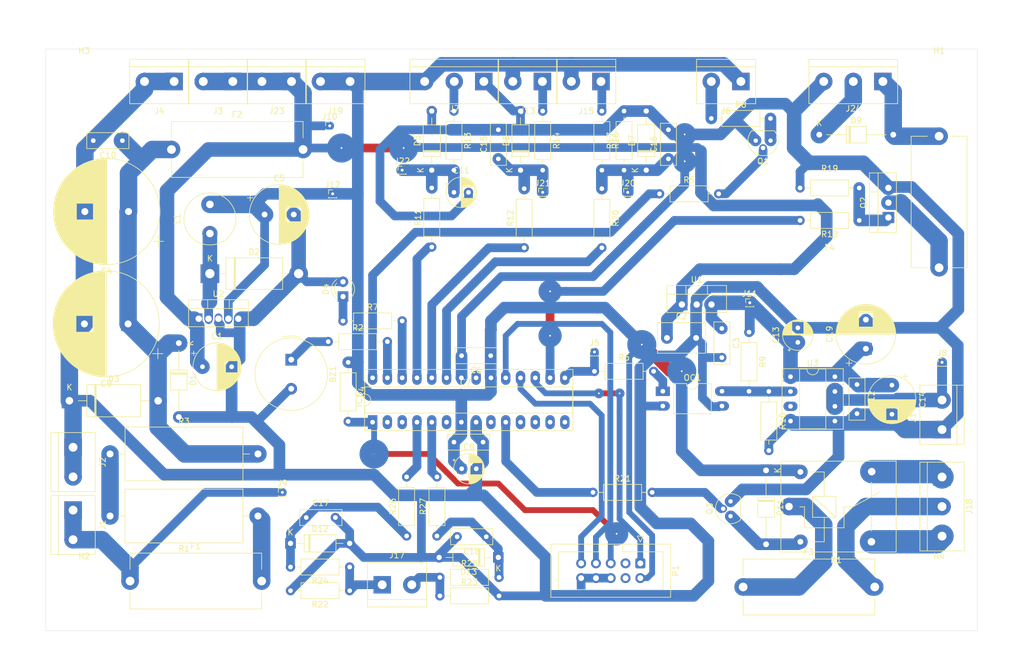
<source format=kicad_pcb>
(kicad_pcb (version 20240108) (generator "pcbnew") (generator_version "8.0")
  (layers (0 "F.Cu" signal) (31 "B.Cu" signal) (34 "B.Paste" user) (35 "F.Paste" user) (36 "B.SilkS" user "B.Silkscreen") (37 "F.SilkS" user "F.Silkscreen") (38 "B.Mask" user) (39 "F.Mask" user) (44 "Edge.Cuts" user))
  (net 0 "")
  (net 1 "/BUZZER")
  (net 2 "GND")
  (net 3 "+24V filtered")
  (net 4 "+18V")
  (net 5 "+5V")
  (net 6 "Net-(D5-K)")
  (net 7 "Net-(D6-K)")
  (net 8 "Net-(D7-K)")
  (net 9 "Net-(D12-K)")
  (net 10 "Net-(D2-K)")
  (net 11 "Net-(D4-A)")
  (net 12 "+BATT")
  (net 13 "Net-(D11-A)")
  (net 14 "Net-(F1-Pad2)")
  (net 15 "/MISO")
  (net 16 "/Switch1")
  (net 18 "/SCK")
  (net 20 "/Mosfet (fan)")
  (net 23 "/RESET")
  (net 24 "/MOSI")
  (net 25 "/LED-ext")
  (net 26 "/analog2 (30V Batt)")
  (net 27 "/LED")
  (net 28 "/analog1")
  (net 31 "/analog0 (gas)")
  (net 33 "/Switch2")
  (net 34 "/Relay (light)")
  (net 36 "/PWM_0")
  (net 37 "Net-(J6-Pin_2)")
  (net 38 "Net-(J7-Pin_2)")
  (net 39 "Net-(J13-Pin_1)")
  (net 40 "Net-(J15-Pin_1)")
  (net 41 "Net-(J17-Pin_1)")
  (net 42 "Net-(J18-Pin_2)")
  (net 43 "Net-(J18-Pin_3)")
  (net 44 "Net-(J18-Pin_1)")
  (net 45 "Net-(U3-INPUT)")
  (net 46 "Net-(OC1-Pad1)")
  (net 47 "Net-(Q1-C)")
  (net 48 "Net-(Q1-B)")
  (net 49 "Net-(Q2-G)")
  (net 50 "Net-(Q3-B)")
  (net 51 "Net-(R1-Pad2)")
  (net 55 "Net-(D13-K)")
  (net 56 "Net-(J17-Pin_2)")
  (net 57 "Net-(J14-Pin_2)")
  (net 58 "Net-(D1-K)")
  (net 59 "Net-(F3-Pad1)")
  (net 60 "Net-(D9-K)")
  (net 61 "Net-(D9-A)")
  (net 62 "Net-(Q2-D)")
  (net 63 "Net-(BZ1-+)")
  (footprint "MountingHole:MountingHole_5.3mm_M5" (layer "F.Cu") (at 7.62 93.472)
    (property "Reference" "H2")
    (property "Value" "MountingHole")
  )
  (footprint "Diode_THT:D_DO-201AE_P15.24mm_Horizontal" (layer "F.Cu") (at 5.08 60.452)
    (property "Reference" "D3")
    (property "Value" "TVS 28V (starts 31V)")
  )
  (footprint "Connector_PinHeader_1.00mm:PinHeader_1x01_P1.00mm_Vertical" (layer "F.Cu") (at 49.784 13.208)
    (property "Reference" "J10")
    (property "Value" "24V")
  )
  (footprint "Capacitor_THT:C_Disc_D7.0mm_W2.5mm_P5.00mm" (layer "F.Cu") (at 77.43 52.705 180)
    (property "Reference" "C6")
    (property "Value" "100nF")
  )
  (footprint "Connector_PinHeader_1.00mm:PinHeader_1x01_P1.00mm_Vertical" (layer "F.Cu") (at 50.292 24.892)
    (property "Reference" "J12")
    (property "Value" "5V")
  )
  (footprint "Buzzer_Beeper:Buzzer_TDK_PS1240P02BT_D12.2mm_H6.5mm" (layer "F.Cu") (at 43.18 53.3908 -90)
    (property "Reference" "BZ1")
    (property "Value" "Buzzer")
  )
  (footprint "Diode_THT:D_T-1_P12.70mm_Horizontal" (layer "F.Cu") (at 124.714 72.413 -90)
    (property "Reference" "D11")
    (property "Value" "D")
  )
  (footprint "MountingHole:MountingHole_5.3mm_M5" (layer "F.Cu") (at 154.432 6.604)
    (property "Reference" "H1")
    (property "Value" "MountingHole")
  )
  (footprint "Capacitor_THT:CP_Radial_D10.0mm_P5.00mm" (layer "F.Cu") (at 38.608 28.448)
    (property "Reference" "C5")
    (property "Value" "1000u")
  )
  (footprint "LED_THT:LED_D3.0mm_Clear" (layer "F.Cu") (at 52.07 42.545 90)
    (property "Reference" "D4")
    (property "Value" "LED 3mm green 20mA 2.5V")
  )
  (footprint "TerminalBlock:TerminalBlock_bornier-3_P5.08mm" (layer "F.Cu") (at 144.78 5.588 180)
    (property "Reference" "J24")
    (property "Value" "Fan [GND-supp, Diode, Mosfet]")
  )
  (footprint "Resistor_THT:R_Axial_DIN0207_L6.3mm_D2.5mm_P10.16mm_Horizontal" (layer "F.Cu") (at 96.52 24.003 -90)
    (property "Reference" "R20")
    (property "Value" "2k2")
  )
  (footprint "Resistor_THT:R_Axial_DIN0207_L6.3mm_D2.5mm_P10.16mm_Horizontal" (layer "F.Cu") (at 68.707 93.98)
    (property "Reference" "R23")
    (property "Value" "10k")
  )
  (footprint "Resistor_THT:R_Axial_DIN0207_L6.3mm_D2.5mm_P10.16mm_Horizontal" (layer "F.Cu") (at 53.213 89.027 180)
    (property "Reference" "R24")
    (property "Value" "10k")
  )
  (footprint "Resistor_THT:R_Axial_DIN0207_L6.3mm_D2.5mm_P10.16mm_Horizontal" (layer "F.Cu") (at 130.556 23.876)
    (property "Reference" "R19")
    (property "Value" "22k")
  )
  (footprint "Resistor_THT:R_Axial_DIN0207_L6.3mm_D2.5mm_P10.16mm_Horizontal" (layer "F.Cu") (at 86.36 10.668 -90)
    (property "Reference" "R14")
    (property "Value" "1k")
  )
  (footprint "Diode_THT:D_A-405_P10.16mm_Horizontal" (layer "F.Cu") (at 67.31 20.828 90)
    (property "Reference" "D5")
    (property "Value" "5V1")
  )
  (footprint "Capacitor_THT:CP_Radial_D5.0mm_P2.50mm" (layer "F.Cu") (at 130.175 50.419 90)
    (property "Reference" "C13")
    (property "Value" "10uF")
  )
  (footprint "Resistor_THT:R_Axial_DIN0207_L6.3mm_D2.5mm_P10.16mm_Horizontal" (layer "F.Cu") (at 67.31 34.036 90)
    (property "Reference" "R11")
    (property "Value" "2k2")
  )
  (footprint "Capacitor_THT:C_Disc_D7.0mm_W2.5mm_P5.00mm" (layer "F.Cu") (at 140.335 57.6618 -90)
    (property "Reference" "C12")
    (property "Value" "100n")
  )
  (footprint "Resistor_THT:R_Axial_DIN0207_L6.3mm_D2.5mm_P10.16mm_Horizontal" (layer "F.Cu") (at 121.793 48.6664 -90)
    (property "Reference" "R9")
    (property "Value" "12k (15k used)")
  )
  (footprint "Diode_THT:D_A-405_P10.16mm_Horizontal" (layer "F.Cu") (at 82.55 20.828 90)
    (property "Reference" "D6")
    (property "Value" "5V1")
  )
  (footprint "Capacitor_THT:C_Disc_D8.0mm_W5.0mm_P5.00mm" (layer "F.Cu") (at 107.6998 49.657)
    (property "Reference" "C2")
    (property "Value" "330nF")
  )
  (footprint "Package_DIP:DIP-4_W10.16mm_LongPads" (layer "F.Cu") (at 106.9898 58.8214)
    (property "Reference" "OC1")
    (property "Value" "LTV-817")
  )
  (footprint "Fuse:Fuseholder_Cylinder-5x20mm_Stelvio-Kontek_PTF78_Horizontal_Open" (layer "F.Cu") (at 22.612 17.272)
    (property "Reference" "F2")
    (property "Value" "500mA")
  )
  (footprint "Connector_PinHeader_1.00mm:PinHeader_1x01_P1.00mm_Vertical" (layer "F.Cu") (at 100.965 24.638)
    (property "Reference" "J20")
    (property "Value" "ADC Battery")
  )
  (footprint "Capacitor_THT:C_Disc_D7.0mm_W2.5mm_P5.00mm" (layer "F.Cu") (at 76.668 83.82 180)
    (property "Reference" "C18")
    (property "Value" "100n")
  )
  (footprint "Capacitor_THT:CP_Radial_D18.0mm_P7.50mm" (layer "F.Cu") (at 15.16178 47.244 180)
    (property "Reference" "C9")
    (property "Value" "2200uf")
  )
  (footprint "Resistor_THT:R_Axial_DIN0207_L6.3mm_D2.5mm_P10.16mm_Horizontal" (layer "F.Cu") (at 52.959 53.848 -90)
    (property "Reference" "R4")
    (property "Value" "10k")
  )
  (footprint "Inductor_THT:L_Radial_D8.7mm_P5.00mm_Fastron_07HCP" (layer "F.Cu") (at 29.21 31.71 90)
    (property "Reference" "L1")
    (property "Value" "100u")
  )
  (footprint "TerminalBlock:TerminalBlock_bornier-3_P5.08mm" (layer "F.Cu") (at 154.94 73.556 -90)
    (property "Reference" "J18")
    (property "Value" "Relay contacts [NO, COM, NC]")
  )
  (footprint "Capacitor_THT:CP_Radial_D18.0mm_P7.50mm" (layer "F.Cu") (at 15.24 27.94 180)
    (property "Reference" "C4")
    (property "Value" "2200uf")
  )
  (footprint "Capacitor_THT:C_Disc_D7.0mm_W2.5mm_P5.00mm" (layer "F.Cu") (at 45.76 80.518)
    (property "Reference" "C17")
    (property "Value" "100n")
  )
  (footprint "Resistor_THT:R_Axial_DIN0207_L6.3mm_D2.5mm_P10.16mm_Horizontal" (layer "F.Cu") (at 52.07 46.736)
    (property "Reference" "R7")
    (property "Value" "130")
  )
  (footprint "TerminalBlock:TerminalBlock_bornier-2_P5.08mm" (layer "F.Cu") (at 5.715 68.453 -90)
    (property "Reference" "J2")
    (property "Value" "ST 2x GND")
  )
  (footprint "Resistor_THT:R_Axial_DIN0207_L6.3mm_D2.5mm_P10.16mm_Horizontal" (layer "F.Cu") (at 140.716 29.464 180)
    (property "Reference" "R18")
    (property "Value" "1k")
  )
  (footprint "Package_TO_SOT_THT:TO-92L" (layer "F.Cu") (at 118.618 80.287 90)
    (property "Reference" "Q3")
    (property "Value" "BC547")
  )
  (footprint "Capacitor_THT:CP_Radial_D10.0mm_P5.00mm" (layer "F.Cu") (at 141.859 51.516677 90)
    (property "Reference" "C19")
    (property "Value" "1000u")
  )
  (footprint "Capacitor_THT:C_Disc_D7.0mm_W2.5mm_P5.00mm" (layer "F.Cu") (at 78.74 18.883 90)
    (property "Reference" "C15")
    (property "Value" "100n")
  )
  (footprint "Fuse:Fuseholder_Cylinder-5x20mm_Stelvio-Kontek_PTF78_Horizontal_Open" (layer "F.Cu") (at 154.432 37.592 90)
    (property "Reference" "F4")
    (property "Value" "500mA")
  )
  (footprint "Package_TO_SOT_THT:TO-220-3_Vertical" (layer "F.Cu") (at 110.2614 43.9166)
    (property "Reference" "U1")
    (property "Value" "LM7818CT")
  )
  (footprint "Capacitor_THT:C_Disc_D7.0mm_W2.5mm_P5.00mm" (layer "F.Cu") (at 107.95 18.883 90)
    (property "Reference" "C16")
    (property "Value" "100n")
  )
  (footprint "TerminalBlock:TerminalBlock_bornier-2_P5.08mm" (layer "F.Cu") (at 120.396 5.588 180)
    (property "Reference" "J6")
    (property "Value" "LED 3,2V 20mA [-, +]")
  )
  (footprint "MountingHole:MountingHole_5.3mm_M5" (layer "F.Cu") (at 154.432 93.472)
    (property "Reference" "H4")
    (property "Value" "MountingHole")
  )
  (footprint "Package_TO_SOT_THT:TO-220-3_Vertical" (layer "F.Cu") (at 145.725 28.956 90)
    (property "Reference" "Q2")
    (property "Value" "IRFZ24N")
  )
  (footprint "Diode_THT:D_T-1_P12.70mm_Horizontal" (layer "F.Cu") (at 23.876 50.546 -90)
    (property "Reference" "D1")
    (property "Value" "D")
  )
  (footprint "Fuse:Fuseholder_Cylinder-5x20mm_Stelvio-Kontek_PTF78_Horizontal_Open" (layer "F.Cu") (at 15.5 91.44)
    (property "Reference" "F1")
    (property "Value" "slow, max 4A")
  )
  (footprint "TerminalBlock:TerminalBlock_bornier-2_P5.08mm" (layer "F.Cu") (at 154.94 65.405 90)
    (property "Reference" "J14")
    (property "Value" "IGBT [GND, Gate]")
  )
  (footprint "Resistor_THT:R_Axial_DIN0207_L6.3mm_D2.5mm_P10.16mm_Horizontal" (layer "F.Cu") (at 125.1966 58.8518 -90)
    (property "Reference" "R10")
    (property "Value" "4k7")
  )
  (footprint "Capacitor_THT:C_Disc_D7.0mm_W2.5mm_P5.00mm" (layer "F.Cu") (at 14.184 15.748 180)
    (property "Reference" "C10")
    (property "Value" "100n")
  )
  (footprint "Package_TO_SOT_THT:TO-220-5_Vertical" (layer "F.Cu") (at 27.285 46.355)
    (property "Reference" "U2")
    (property "Value" "LM2576T-5")
  )
  (footprint "Resistor_THT:R_Axial_DIN0207_L6.3mm_D2.5mm_P10.16mm_Horizontal" (layer "F.Cu") (at 106.426 24.892)
    (property "Reference" "R5")
    (property "Value" "470")
  )
  (footprint "Resistor_THT:R_Axial_DIN0207_L6.3mm_D2.5mm_P10.16mm_Horizontal" (layer "F.Cu") (at 115.316 11.938)
    (property "Reference" "R8")
    (property "Value" "100")
  )
  (footprint "Diode_THT:D_A-405_P10.16mm_Horizontal" (layer "F.Cu") (at 78.74 87.376 180)
    (property "Reference" "D13")
    (property "Value" "5V1")
  )
  (footprint "Diode_THT:D_T-1_P12.70mm_Horizontal" (layer "F.Cu") (at 133.858 14.732)
    (property "Reference" "D9")
    (property "Value" "D")
  )
  (footprint "Diode_THT:D_A-405_P10.16mm_Horizontal" (layer "F.Cu") (at 104.14 20.828 90)
    (property "Reference" "D7")
    (property "Value" "5V1")
  )
  (footprint "TerminalBlock:TerminalBlock_bornier-2_P5.08mm" (layer "F.Cu") (at 5.715 79.248 -90)
    (property "Reference" "J1")
    (property "Value" "2x BATT IN")
  )
  (footprint "Resistor_THT:R_Axial_DIN0207_L6.3mm_D2.5mm_P10.16mm_Horizontal" (layer "F.Cu") (at 96.52 10.668 -90)
    (property "Reference" "R16")
    (property "Value" "100k")
  )
  (footprint "Relay_THT:Relay_SPDT_SANYOU_SRD_Series_Form_C" (layer "F.Cu") (at 128.66 78.636)
    (property "Reference" "K1")
    (property "Value" "LEG-5")
  )
  (footprint "Capacitor_THT:CP_Radial_D8.0mm_P5.00mm" (layer "F.Cu") (at 146.3294 57.769949 -90)
    (property "Reference" "C14")
    (property "Value" "100uF")
  )
  (footprint "Connector_PinHeader_1.00mm:PinHeader_1x01_P1.00mm_Vertical" (layer "F.Cu") (at 121.92 43.6118)
    (property "Reference" "J11")
    (property "Value" "18V")
  )
  (footprint "TerminalBlock:TerminalBlock_bornier-2_P5.08mm" (layer "F.Cu") (at 86.3092 5.588 180)
    (property "Reference" "J13")
    (property "Value" "Analog-in-2   0-5V")
  )
  (footprint "Resistor_THT:R_Axial_DIN0207_L6.3mm_D2.5mm_P10.16mm_Horizontal" (layer "F.Cu") (at 95.25 55.3974)
    (property "Reference" "R6")
    (property "Value" "320")
  )
  (footprint "Connector_IDC:IDC-Header_2x05_P2.54mm_Vertical" (layer "F.Cu") (at 103.124 88.392 -90)
    (property "Reference" "P1")
    (property "Value" "ISP")
  )
  (footprint "Capacitor_THT:C_Disc_D7.0mm_W2.5mm_P5.00mm" (layer "F.Cu") (at 117.1194 48.0352 -90)
    (property "Reference" "C3")
    (property "Value" "100nF")
  )
  (footprint "Resistor_THT:R_Axial_DIN0207_L6.3mm_D2.5mm_P10.16mm_Horizontal" (layer "F.Cu") (at 68.199 83.693 90)
    (property "Reference" "R27")
    (property "Value" "2k2")
  )
  (footprint "Package_DIP:CERDIP-28_W7.62mm_SideBrazed_LongPads_Socket" (layer "F.Cu") (at 57.15 64.135 90)
    (property "Reference" "IC1")
    (property "Value" "ATMEGA8A-P")
  )
  (footprint "Capacitor_THT:CP_Radial_D5.0mm_P2.50mm" (layer "F.Cu") (at 72.454888 72.136)
    (property "Reference" "C8")
    (property "Value" "10uF")
  )
  (footprint "Capacitor_THT:CP_Radial_D5.0mm_P2.50mm" (layer "F.Cu") (at 71.12 24.638)
    (property "Reference" "C11")
    (property "Value" "10u")
  )
  (footprint "Connector_PinHeader_1.00mm:PinHeader_1x01_P1.00mm_Vertical" (layer "F.Cu") (at 41.656 76.2)
    (property "Reference" "J9")
    (property "Value" "BATT")
  )
  (footprint "Resistor_THT:R_Axial_DIN0207_L6.3mm_D2.5mm_P10.16mm_Horizontal" (layer "F.Cu") (at 100.33 20.828 90)
    (property "Reference" "R17")
    (property "Value" "22k")
  )
  (footprint "Package_DIP:DIP-8_W7.62mm_Socket_LongPads" (layer "F.Cu") (at 128.915 56.3218)
    (property "Reference" "U3")
    (property "Value" "TC429")
  )
  (footprint "Resistor_THT:R_Axial_DIN0207_L6.3mm_D2.5mm_P10.16mm_Horizontal" (layer "F.Cu") (at 62.992 83.693 90)
    (property "Reference" "R26")
    (property "Value" "2k2")
  )
  (footprint "Diode_THT:D_DO-201AD_P15.24mm_Horizontal" (layer "F.Cu") (at 29.21 38.608)
    (property "Reference" "D2")
    (property "Value" "1N5822")
  )
  (footprint "TerminalBlock:TerminalBlock_bornier-2_P5.08mm" (layer "F.Cu") (at 96.3676 5.588 180)
    (property "Reference" "J15")
    (property "Value" "Analog-in-3 - 30to5 (batt)")
  )
  (footprint "TerminalBlock:TerminalBlock_bornier-3_P5.08mm" (layer "F.Cu") (at 76.2508 5.588 180)
    (property "Reference" "J7")
    (property "Value" "Gas Pedal")
  )
  (footprint "Capacitor_THT:CP_Radial_D8.0mm_P5.00mm" (layer "F.Cu") (at 27.94 54.61)
    (property "Reference" "C1")
    (property "Value" "100u")
  )
  (footprint "Connector_PinHeader_1.00mm:PinHeader_1x01_P1.00mm_Vertical" (layer "F.Cu") (at 62.23 20.828)
    (property "Reference" "J22")
    (property "Value" "ADC Gas-pedal")
  )
  (footprint "Resistor_THT:R_Axial_DIN0207_L6.3mm_D2.5mm_P10.16mm_Horizontal" (layer "F.Cu") (at 83.185 34.163 90)
    (property "Reference" "R12")
    (property "Value" "2k2")
  )
  (footprint "TerminalBlock:TerminalBlock_bornier-2_P5.08mm" (layer "F.Cu") (at 43.2308 5.588 180)
    (property "Reference" "J23")
    (property "Value" "2x 24V filtered")
  )
  (footprint "Connector_PinHeader_1.00mm:PinHeader_1x01_P1.00mm_Vertical" (layer "F.Cu") (at 154.94 53.848)
    (property "Reference" "J8")
    (property "Value" "Gate")
  )
  (footprint "TerminalBlock:TerminalBlock_bornier-2_P5.08mm" (layer "F.Cu") (at 23.0632 5.588 180)
    (property "Reference" "J4")
    (property "Value" "ST 2x GND")
  )
  (footprint "MountingHole:MountingHole_5.3mm_M5" (layer "F.Cu") (at 7.62 6.604)
    (property "Reference" "H3")
    (property "Value" "MountingHole")
  )
  (footprint "TerminalBlock:TerminalBlock_bornier-2_P5.08mm" (layer "F.Cu") (at 33.147 5.588 180)
    (property "Reference" "J3")
    (property "Value" "2x 24V filtered")
  )
  (footprint "Resistor_THT:R_Axial_DIN0207_L6.3mm_D2.5mm_P10.16mm_Horizontal" (layer "F.Cu") (at 53.213 93.091 180)
    (property "Reference" "R22")
    (property "Value" "10k")
  )
  (footprint "Connector_PinHeader_1.00mm:PinHeader_1x01_P1.00mm_Vertical" (layer "F.Cu") (at 95.25 52.07)
    (property "Reference" "J5")
    (property "Value" "PWM-Signal")
  )
  (footprint "Capacitor_THT:C_Disc_D7.0mm_W2.5mm_P5.00mm" (layer "F.Cu") (at 71.12 67.564)
    (property "Reference" "C7")
    (property "Value" "100nF")
  )
  (footprint "Diode_THT:D_A-405_P10.16mm_Horizontal" (layer "F.Cu") (at 43.053 84.963)
    (property "Reference" "D12")
    (property "Value" "5V1")
  )
  (footprint "Connector_PinHeader_1.00mm:PinHeader_1x01_P1.00mm_Vertical" (layer "F.Cu") (at 86.36 24.638)
    (property "Reference" "J21")
    (property "Value" "ADC reserve")
  )
  (footprint "Resistor_THT:R_Axial_DIN0207_L6.3mm_D2.5mm_P10.16mm_Horizontal" (layer "F.Cu") (at 71.12 10.668 -90)
    (property "Reference" "R13")
    (property "Value" "1k")
  )
  (footprint "Package_TO_SOT_THT:TO-92L" (layer "F.Cu") (at 125.486 15.748 180)
    (property "Reference" "Q1")
    (property "Value" "BC547")
  )
  (footprint "Resistor_THT:R_Axial_DIN0922_L20.0mm_D9.0mm_P25.40mm_Horizontal" (layer "F.Cu") (at 37.465 80.264 180)
    (property "Reference" "R1")
    (property "Value" "2.5")
  )
  (footprint "Resistor_THT:R_Axial_DIN0922_L20.0mm_D9.0mm_P25.40mm_Horizontal" (layer "F.Cu") (at 12.065 69.596)
    (property "Reference" "R3")
    (property "Value" "2.5")
  )
  (footprint "Fuse:Fuseholder_Cylinder-5x20mm_Stelvio-Kontek_PTF78_Horizontal_Open" (layer "F.Cu") (at 120.78 92.456)
    (property "Reference" "F3")
    (property "Value" "(H7 24V 70W)  -> 3A")
  )
  (footprint "TerminalBlock:TerminalBlock_bornier-2_P5.08mm" (layer "F.Cu") (at 58.801 92.075)
    (property "Reference" "J17")
    (property "Value" "2x  Switch (to 5V)")
  )
  (footprint "Resistor_THT:R_Axial_DIN0207_L6.3mm_D2.5mm_P10.16mm_Horizontal" (layer "F.Cu") (at 68.707 90.805)
    (property "Reference" "R25")
    (property "Value" "10k")
  )
  (footprint "Resistor_THT:R_Axial_DIN0207_L6.3mm_D2.5mm_P10.16mm_Horizontal" (layer "F.Cu") (at 94.996 76.2)
    (property "Reference" "R21")
    (property "Value" "470")
  )
  (footprint "Resistor_THT:R_Axial_DIN0207_L6.3mm_D2.5mm_P10.16mm_Horizontal" (layer "F.Cu") (at 49.53 50.292)
    (property "Reference" "R2")
    (property "Value" "10")
  )
  (footprint "TerminalBlock:TerminalBlock_bornier-2_P5.08mm" (layer "F.Cu") (at 53.2892 5.588 180)
    (property "Reference" "J19")
    (property "Value" "2x 5V")
  )
  (gr_circle (center 62.484 17.018) (end 62.984 17.018) (stroke (width 2)) (fill none) (layer "B.Cu") (net 3))
  (gr_circle (center 110.236 55.372) (end 110.736 55.372) (stroke (width 2)) (fill none) (layer "B.Cu") (net 5))
  (gr_circle (center 87.638 41.656) (end 88.138 41.656) (stroke (width 1.5)) (fill none) (layer "B.Cu") (net 20))
  (gr_circle (center 110.744 14.732) (end 111.244 14.732) (stroke (width 1.5)) (fill none) (layer "B.Cu") (net 2))
  (gr_circle (center 99.06 83.312) (end 99.56 83.312) (stroke (width 1.5)) (fill none) (layer "B.Cu") (net 23))
  (gr_circle (center 57.404 69.596) (end 57.904 69.596) (stroke (width 2)) (fill none) (layer "B.Cu") (net 23))
  (gr_circle (center 87.63 49.276) (end 88.13 49.276) (stroke (width 1.5)) (fill none) (layer "B.Cu") (net 20))
  (gr_circle (center 51.816 17.018) (end 52.316 17.018) (stroke (width 2)) (fill none) (layer "B.Cu") (net 3))
  (gr_circle (center 110.744 19.304) (end 111.244 19.304) (stroke (width 1.5)) (fill none) (layer "B.Cu") (net 2))
  (gr_circle (center 99.568 59.19) (end 100.068 59.19) (stroke (width 0.7)) (fill none) (layer "B.Cu") (net 24))
  (gr_circle (center 103.378 50.8) (end 103.878 50.8) (stroke (width 2)) (fill none) (layer "B.Cu") (net 5))
  (gr_circle (center 96.012 59.19) (end 96.512 59.19) (stroke (width 0.7)) (fill none) (layer "B.Cu") (net 24))
  (gr_line (start 1 0) (end 161 0) (stroke (width 0.05)) (layer "Edge.Cuts"))
  (gr_line (start 161 100) (end 1 100) (stroke (width 0.05)) (layer "Edge.Cuts"))
  (gr_line (start 1 100) (end 1 0) (stroke (width 0.05)) (layer "Edge.Cuts"))
  (gr_line (start 161 0) (end 161 100) (stroke (width 0.05)) (layer "Edge.Cuts"))
  (segment (start 59.69 50.292) (end 59.69 56.515) (width 1.5) (layer "B.Cu") (net 1))
  (segment (start 110.744 19.304) (end 110.744 14.682999) (width 1.5) (layer "F.Cu") (net 2))
  (via (at 110.744 14.682999) (size 0.6) (drill 0.3) (layers "F.Cu" "B.Cu") (net 2))
  (via (at 110.744 19.304) (size 0.6) (drill 0.3) (layers "F.Cu" "B.Cu") (net 2))
  (segment (start 128.016 9.398) (end 122.174 9.398) (width 2) (layer "B.Cu") (net 2))
  (segment (start 82.55 13.629) (end 82.804 13.883) (width 1.5) (layer "B.Cu") (net 2))
  (segment (start 76.2 76.708) (end 86.868 87.376) (width 2) (layer "B.Cu") (net 2))
  (segment (start 32.94 54.61) (end 34.3225 53.2275) (width 2) (layer "B.Cu") (net 2))
  (segment (start 72.263 87.376) (end 78.867 93.98) (width 1.5) (layer "B.Cu") (net 2))
  (segment (start 100.33 10.668) (end 97.115 13.883) (width 2) (layer "B.Cu") (net 2))
  (segment (start 60.96 28.702) (end 58.42 26.162) (width 1.5) (layer "B.Cu") (net 2))
  (segment (start 73.66 13.883) (end 70.525 13.883) (width 2) (layer "B.Cu") (net 2))
  (segment (start 65.532 87.376) (end 55.626 87.376) (width 1.5) (layer "B.Cu") (net 2))
  (segment (start 79.248 39.116) (end 94.996 39.116) (width 1.5) (layer "B.Cu") (net 2))
  (segment (start 115.316 61.468) (end 113.792 59.944) (width 1.5) (layer "B.Cu") (net 2))
  (segment (start 76.2 13.883) (end 73.66 13.883) (width 2) (layer "B.Cu") (net 2))
  (segment (start 36.322 63.246) (end 33.02 63.246) (width 2) (layer "B.Cu") (net 2))
  (segment (start 122.897852 15.709852) (end 122.902852 15.704852) (width 2) (layer "B.Cu") (net 2))
  (segment (start 138.895 64.1018) (end 136.535 64.1018) (width 2) (layer "B.Cu") (net 2))
  (segment (start 104.14 10.668) (end 100.33 10.668) (width 2) (layer "B.Cu") (net 2))
  (segment (start 140.443149 62.769949) (end 140.335 62.6618) (width 2) (layer "B.Cu") (net 2))
  (segment (start 5.08 60.452) (end 8.636 60.452) (width 2) (layer "B.Cu") (net 2))
  (segment (start 78.867 93.98) (end 86.868 93.98) (width 1.5) (layer "B.Cu") (net 2))
  (segment (start 110.744 23.368) (end 110.744 19.304) (width 1.5) (layer "B.Cu") (net 2))
  (segment (start 32.94 63.166) (end 33.02 63.246) (width 2) (layer "B.Cu") (net 2))
  (segment (start 112.6998 49.657) (end 109.5248 52.832) (width 2) (layer "B.Cu") (net 2))
  (segment (start 60.96 76.708) (end 65.532 76.708) (width 2) (layer "B.Cu") (net 2))
  (segment (start 129.54 10.668) (end 129.54 10.922) (width 2.5) (layer "B.Cu") (net 2))
  (segment (start 67.31 10.668) (end 67.31 13.883) (width 1.5) (layer "B.Cu") (net 2))
  (segment (start 108.749999 14.682999) (end 107.95 13.883) (width 2) (layer "B.Cu") (net 2))
  (segment (start 70.68737 28.702) (end 60.96 28.702) (width 1.5) (layer "B.Cu") (net 2))
  (segment (start 86.868 93.98) (end 92.964 93.98) (width 2) (layer "B.Cu") (net 2))
  (segment (start 125.1966 67.6602) (end 125.1966 69.0118) (width 1.5) (layer "B.Cu") (net 2))
  (segment (start 138.935 64.0618) (end 147.2662 64.0618) (width 2) (layer "B.Cu") (net 2))
  (segment (start 116.7498 61.3614) (end 116.6432 61.468) (width 1.5) (layer "B.Cu") (net 2))
  (segment (start 44.45 29.29) (end 43.608 28.448) (width 2.5) (layer "B.Cu") (net 2))
  (segment (start 41.148 73.152) (end 41.148 68.072) (width 2) (layer "B.Cu") (net 2))
  (segment (start 21.336 73.152) (end 41.148 73.152) (width 2) (layer "B.Cu") (net 2))
  (segment (start 82.55 10.668) (end 81.3308 10.668) (width 1.5) (layer "B.Cu") (net 2))
  (segment (start 65.532 76.708) (end 65.532 87.376) (width 1.5) (layer "B.Cu") (net 2))
  (segment (start 154.94 65.405) (end 148.6094 65.405) (width 3) (layer "B.Cu") (net 2))
  (segment (start 57.404 73.152) (end 60.96 76.708) (width 2) (layer "B.Cu") (net 2))
  (segment (start 34.3225 48.768) (end 34.3225 46.355) (width 2) (layer "B.Cu") (net 2))
  (segment (start 149.7 23.716) (end 157.734 31.75) (width 2) (layer "B.Cu") (net 2))
  (segment (start 137.16 70.104) (end 137.16 64.3518) (width 2) (layer "B.Cu") (net 2))
  (segment (start 120.673 75.692) (end 131.572 75.692) (width 2) (layer "B.Cu") (net 2))
  (segment (start 68.58 86.908) (end 71.668 83.82) (width 1.5) (layer "B.Cu") (net 2))
  (segment (start 82.55 10.668) (end 82.55 13.629) (width 1.5) (layer "B.Cu") (net 2))
  (segment (start 53.213 84.963) (end 53.213 82.971) (width 1.5) (layer "B.Cu") (net 2))
  (segment (start 147.2662 64.0618) (end 146.3294 63.125) (width 3) (layer "B.Cu") (net 2))
  (segment (start 111.76 81.534) (end 114.808 84.582) (width 2) (layer "B.Cu") (net 2))
  (segment (start 112.6998 44.0182) (end 112.8014 43.9166) (width 2) (layer "B.Cu") (net 2))
  (segment (start 137.16 64.3518) (end 129.325 64.3518) (width 2.5) (layer "B.Cu") (net 2))
  (segment (start 72.43 52.705) (end 72.43 56.475) (width 2) (layer "B.Cu") (net 2))
  (segment (start 44.45 38.608) (end 36.703 46.355) (width 2.5) (layer "B.Cu") (net 2))
  (segment (start 58.42 17.272) (end 61.809 13.883) (width 1.5) (layer "B.Cu") (net 2))
  (segment (start 145.885 23.716) (end 149.7 23.716) (width 2) (layer "B.Cu") (net 2))
  (segment (start 147.2662 64.0618) (end 146.9762 64.3518) (width 2.5) (layer "B.Cu") (net 2))
  (segment (start 74.954888 75.413112) (end 74.954888 72.136) (width 2) (layer "B.Cu") (net 2))
  (segment (start 134.62 5.588) (end 129.54 10.668) (width 2.5) (layer "B.Cu") (net 2))
  (segment (start 141.986 47.919) (end 143.256 47.919) (width 2) (layer "B.Cu") (net 2))
  (segment (start 58.42 26.162) (end 58.42 17.272) (width 1.5) (layer "B.Cu") (net 2))
  (segment (start 103.2306 61.3614) (end 103.124 61.468) (width 1.5) (layer "B.Cu") (net 2))
  (segment (start 140.716 47.919) (end 141.986 47.919) (width 2) (layer "B.Cu") (net 2))
  (segment (start 129.54 17.018) (end 129.54 10.922) (width 2.5) (layer "B.Cu") (net 2))
  (segment (start 72.43 56.475) (end 72.39 56.515) (width 2) (layer "B.Cu") (net 2))
  (segment (start 5.715 61.087) (end 5.08 60.452) (width 3) (layer "B.Cu") (net 2))
  (segment (start 42.9552 58.3908) (end 37.211 64.135) (width 1.5) (layer "B.Cu") (net 2))
  (segment (start 7.74 27.94) (end 7.74 17.192) (width 3) (layer "B.Cu") (net 2))
  (segment (start 117.1194 53.0352) (end 114.0968 53.0352) (width 1.5) (layer "B.Cu") (net 2))
  (segment (start 114.808 84.582) (end 114.808 91.44) (width 2) (layer "B.Cu") (net 2))
  (segment (start 103.124 61.468) (end 103.124 78.74) (width 2) (layer "B.Cu") (net 2))
  (segment (start 32.94 54.61) (end 32.94 63.166) (width 2) (layer "B.Cu") (net 2))
  (segment (start 53.213 84.963) (end 51.181 84.963) (width 1.5) (layer "B.Cu") (net 2))
  (segment (start 92.964 90.932) (end 92.964 93.98) (width 1.5) (layer "B.Cu") (net 2))
  (segment (start 119.38 12.192) (end 122.897852 15.709852) (width 2) (layer "B.Cu") (net 2))
  (segment (start 154.599 47.919) (end 157.64 50.96) (width 2) (layer "B.Cu") (net 2))
  (segment (start 53.213 82.971) (end 50.76 80.518) (width 1.5) (layer "B.Cu") (net 2))
  (segment (start 76.12 67.564) (end 74.93 66.374) (width 2) (layer "B.Cu") (net 2))
  (segment (start 30.988 48.768) (end 30.988 47.374663) (width 1.5) (layer "B.Cu") (net 2))
  (segment (start 67.31 13.883) (end 70.525 13.883) (width 1.5) (layer "B.Cu") (net 2))
  (segment (start 73.62 25.76937) (end 70.68737 28.702) (width 1.5) (layer "B.Cu") (net 2))
  (segment (start 104.14 10.668) (end 104.735 10.668) (width 2) (layer "B.Cu") (net 2))
  (segment (start 128.915 63.9418) (end 125.1966 67.6602) (width 1.5) (layer "B.Cu") (net 2))
  (segment (start 41.148 68.072) (end 37.211 64.135) (width 2) (layer "B.Cu") (net 2))
  (segment (start 73.66 76.708) (end 74.954888 75.413112) (width 2) (layer "B.Cu") (net 2))
  (segment (start 103.124 61.468) (end 103.124 54.854972) (width 2) (layer "B.Cu") (net 2))
  (segment (start 116.6432 61.468) (end 115.316 61.468) (width 1.5) (layer "B.Cu") (net 2))
  (segment (start 98.044 36.068) (end 104.14 29.972) (width 1.5) (layer "B.Cu") (net 2))
  (segment (start 73.66 76.708) (end 76.2 76.708) (width 2) (layer "B.Cu") (net 2))
  (segment (start 123.444 41.188) (end 130.175 47.919) (width 2) (layer "B.Cu") (net 2))
  (segment (start 82.804 13.883) (end 78.74 13.883) (width 2) (layer "B.Cu") (net 2))
  (segment (start 95.504 90.932) (end 98.044 90.932) (width 1.5) (layer "B.Cu") (net 2))
  (segment (start 145.725 23.876) (end 145.885 23.716) (width 2) (layer "B.Cu") (net 2))
  (segment (start 140.716 47.659677) (end 140.716 47.919) (width 2) (layer "B.Cu") (net 2))
  (segment (start 104.735 10.668) (end 107.95 13.883) (width 2) (layer "B.Cu") (net 2))
  (segment (start 140.335 62.6618) (end 138.895 64.1018) (width 2) (layer "B.Cu") (net 2))
  (segment (start 68.58 87.376) (end 68.58 86.908) (width 1.5) (layer "B.Cu") (net 2))
  (segment (start 110.744 14.682999) (end 108.749999 14.682999) (width 2) (layer "B.Cu") (net 2))
  (segment (start 92.964 90.932) (end 95.504 90.932) (width 1.5) (layer "B.Cu") (net 2))
  (segment (start 132.08 19.558) (end 129.54 17.018) (width 2.5) (layer "B.Cu") (net 2))
  (segment (start 131.572 75.692) (end 137.16 70.104) (width 2) (layer "B.Cu") (net 2))
  (segment (start 148.6094 65.405) (end 147.2662 64.0618) (width 3) (layer "B.Cu") (net 2))
  (segment (start 5.08 49.82578) (end 7.66178 47.244) (width 3) (layer "B.Cu") (net 2))
  (segment (start 141.859 47.792) (end 141.986 47.919) (width 2) (layer "B.Cu") (net 2))
  (segment (start 129.325 64.3518) (end 128.915 63.9418) (width 2.5) (layer "B.Cu") (net 2))
  (segment (start 7.66178 47.244) (end 7.66178 28.01822) (width 3) (layer "B.Cu") (net 2))
  (segment (start 76.12 70.970888) (end 74.954888 72.136) (width 2) (layer "B.Cu") (net 2))
  (segment (start 68.58 87.376) (end 72.263 87.376) (width 1.5) (layer "B.Cu") (net 2))
  (segment (start 72.43 45.934) (end 79.248 39.116) (width 1.5) (layer "B.Cu") (net 2))
  (segment (start 76.12 67.564) (end 76.12 70.970888) (width 2) (layer "B.Cu") (net 2))
  (segment (start 104.14 29.972) (end 110.744 23.368) (width 1.5) (layer "B.Cu") (net 2))
  (segment (start 74.93 66.374) (end 74.93 64.135) (width 2) (layer "B.Cu") (net 2))
  (segment (start 123.444 41.148) (end 123.444 41.188) (width 2) (layer "B.Cu") (net 2))
  (segment (start 112.8014 42.991776) (end 114.899176 40.894) (width 2) (layer "B.Cu") (net 2))
  (segment (start 68.58 87.376) (end 65.532 87.376) (width 1.5) (layer "B.Cu") (net 2))
  (segment (start 130.175 47.919) (end 139.192 47.919) (width 2) (layer "B.Cu") (net 2))
  (segment (start 113.792 59.944) (end 113.792 53.34) (width 1.5) (layer "B.Cu") (net 2))
  (segment (start 113.792 50.7492) (end 112.6998 49.657) (width 1.5) (layer "B.Cu") (net 2))
  (segment (start 139.192 47.919) (end 140.716 47.919) (width 2) (layer "B.Cu") (net 2))
  (segment (start 45.847 40.005) (end 44.45 38.608) (width 1.5) (layer "B.Cu") (net 2))
  (segment (start 122.174 9.398) (end 119.38 12.192) (width 2) (layer "B.Cu") (net 2))
  (segment (start 7.66178 28.01822) (end 7.74 27.94) (width 3) (layer "B.Cu") (net 2))
  (segment (start 106.9898 61.3614) (end 103.2306 61.3614) (width 1.5) (layer "B.Cu") (net 2))
  (segment (start 157.64 62.705) (end 154.94 65.405) (width 2) (layer "B.Cu") (net 2))
  (segment (start 36.703 46.355) (end 34.5725 46.355) (width 2.5) (layer "B.Cu") (net 2))
  (segment (start 105.146972 52.832) (end 109.5248 52.832) (width 2) (layer "B.Cu") (net 2))
  (segment (start 138.895 64.1018) (end 138.935 64.0618) (width 2) (layer "B.Cu") (net 2))
  (segment (start 141.859 46.516677) (end 141.859 47.792) (width 2) (layer "B.Cu") (net 2))
  (segment (start 78.74 13.883) (end 76.2 13.883) (width 2) (layer "B.Cu") (net 2))
  (segment (start 141.859 46.516677) (end 143.256 47.913677) (width 2) (layer "B.Cu") (net 2))
  (segment (start 52.07 40.005) (end 45.847 40.005) (width 1.5) (layer "B.Cu") (net 2))
  (segment (start 103.124 78.74) (end 105.918 81.534) (width 2) (layer "B.Cu") (net 2))
  (segment (start 118.618 77.747) (end 120.673 75.692) (width 2) (layer "B.Cu") (net 2))
  (segment (start 146.3294 62.769949) (end 140.443149 62.769949) (width 2) (layer "B.Cu") (net 2))
  (segment (start 114.808 91.44) (end 112.268 93.98) (width 2) (layer "B.Cu") (net 2))
  (segment (start 5.715 68.453) (end 5.715 61.087) (width 3) (layer "B.Cu") (net 2))
  (segment (start 143.256 47.919) (end 154.599 47.919) (width 2) (layer "B.Cu") (net 2))
  (segment (start 112.268 93.98) (end 92.964 93.98) (width 2) (layer "B.Cu") (net 2))
  (segment (start 103.124 54.854972) (end 105.146972 52.832) (width 2) (layer "B.Cu") (net 2))
  (segment (start 143.256 47.913677) (end 143.256 47.919) (width 2) (layer "B.Cu") (net 2))
  (segment (start 23.0632 5.588) (end 17.9832 5.588) (width 3) (layer "B.Cu") (net 2))
  (segment (start 119.38 12.192) (end 116.889001 14.682999) (width 2) (layer "B.Cu") (net 2))
  (segment (start 51.181 84.963) (end 43.053 93.091) (width 1.5) (layer "B.Cu") (net 2))
  (segment (start 94.996 39.116) (end 98.044 36.068) (width 1.5) (layer "B.Cu") (net 2))
  (segment (start 157.734 44.784) (end 154.599 47.919) (width 2) (layer "B.Cu") (net 2))
  (segment (start 30.988 47.374663) (end 30.6725 47.059163) (width 1.5) (layer "B.Cu") (net 2))
  (segment (start 61.809 13.883) (end 67.31 13.883) (width 1.5) (layer "B.Cu") (net 2))
  (segment (start 157.64 50.96) (end 157.64 62.705) (width 2) (layer "B.Cu") (net 2))
  (segment (start 86.868 87.376) (end 86.868 93.98) (width 2) (layer "B.Cu") (net 2))
  (segment (start 5.08 60.452) (end 5.08 49.82578) (width 3) (layer "B.Cu") (net 2))
  (segment (start 97.115 13.883) (end 82.804 13.883) (width 2) (layer "B.Cu") (net 2))
  (segment (start 33.02 63.246) (end 23.876 63.246) (width 2) (layer "B.Cu") (net 2))
  (segment (start 55.626 87.376) (end 53.213 84.963) (width 1.5) (layer "B.Cu") (net 2))
  (segment (start 5.715 68.453) (end 5.715 73.533) (width 3) (layer "B.Cu") (net 2))
  (segment (start 34.3225 53.2275) (end 34.3225 48.768) (width 2) (layer "B.Cu") (net 2))
  (segment (start 141.859 46.516677) (end 140.716 47.659677) (width 2) (layer "B.Cu") (net 2))
  (segment (start 43.18 58.3908) (end 42.9552 58.3908) (width 1.5) (layer "B.Cu") (net 2))
  (segment (start 41.148 73.152) (end 57.404 73.152) (width 2) (layer "B.Cu") (net 2))
  (segment (start 44.45 38.608) (end 44.45 29.29) (width 2.5) (layer "B.Cu") (net 2))
  (segment (start 114.0968 53.0352) (end 113.792 53.34) (width 1.5) (layer "B.Cu") (net 2))
  (segment (start 65.532 76.708) (end 73.66 76.708) (width 2) (layer "B.Cu") (net 2))
  (segment (start 129.54 10.922) (end 128.016 9.398) (width 2) (layer "B.Cu") (net 2))
  (segment (start 81.3308 10.668) (end 76.2508 5.588) (width 1.5) (layer "B.Cu") (net 2))
  (segment (start 145.725 23.876) (end 141.407 19.558) (width 2.5) (layer "B.Cu") (net 2))
  (segment (start 157.734 31.75) (end 157.734 44.784) (width 2) (layer "B.Cu") (net 2))
  (segment (start 34.3225 48.768) (end 30.988 48.768) (width 1.5) (layer "B.Cu") (net 2))
  (segment (start 146.9762 64.3518) (end 137.16 64.3518) (width 2.5) (layer "B.Cu") (net 2))
  (segment (start 73.62 24.638) (end 73.62 25.76937) (width 1.5) (layer "B.Cu") (net 2))
  (segment (start 9.184 15.748) (end 17.9832 6.9488) (width 3) (layer "B.Cu") (net 2))
  (segment (start 112.8014 43.9166) (end 112.8014 42.991776) (width 2) (layer "B.Cu") (net 2))
  (segment (start 113.792 53.34) (end 113.792 50.7492) (width 1.5) (layer "B.Cu") (net 2))
  (segment (start 112.6998 49.657) (end 112.6998 44.0182) (width 2) (layer "B.Cu") (net 2))
  (segment (start 123.19 40.894) (end 123.444 41.148) (width 2) (layer "B.Cu") (net 2))
  (segment (start 7.74 17.192) (end 9.184 15.748) (width 3) (layer "B.Cu") (net 2))
  (segment (start 141.407 19.558) (end 132.08 19.558) (width 2.5) (layer "B.Cu") (net 2))
  (segment (start 8.636 60.452) (end 21.336 73.152) (width 2) (layer "B.Cu") (net 2))
  (segment (start 105.918 81.534) (end 111.76 81.534) (width 2) (layer "B.Cu") (net 2))
  (segment (start 116.889001 14.682999) (end 110.744 14.682999) (width 2) (layer "B.Cu") (net 2))
  (segment (start 72.43 52.705) (end 72.43 45.934) (width 1.5) (layer "B.Cu") (net 2))
  (segment (start 37.211 64.135) (end 36.322 63.246) (width 2) (layer "B.Cu") (net 2))
  (segment (start 114.899176 40.894) (end 123.19 40.894) (width 2) (layer "B.Cu") (net 2))
  (segment (start 130.556 21.082) (end 132.08 19.558) (width 1.5) (layer "B.Cu") (net 2))
  (segment (start 130.556 23.876) (end 130.556 21.082) (width 1.5) (layer "B.Cu") (net 2))
  (segment (start 17.9832 6.9488) (end 17.9832 5.588) (width 3) (layer "B.Cu") (net 2))
  (segment (start 117.1498 61.3614) (end 116.7498 61.3614) (width 1.5) (layer "B.Cu") (net 2))
  (segment (start 62.484 17.018) (end 51.816 17.018) (width 1.5) (layer "F.Cu") (net 3))
  (via (at 51.816 17.018) (size 0.6) (drill 0.3) (layers "F.Cu" "B.Cu") (net 3))
  (via (at 62.484 17.018) (size 0.6) (drill 0.3) (layers "F.Cu" "B.Cu") (net 3))
  (segment (start 135.128 28.194) (end 133.604 26.67) (width 2) (layer "B.Cu") (net 3))
  (segment (start 21.844 24.384) (end 28.956 17.272) (width 2.5) (layer "B.Cu") (net 3))
  (segment (start 62.568999 16.933001) (end 62.484 17.018) (width 1.5) (layer "B.Cu") (net 3))
  (segment (start 107.6998 49.657) (end 107.6998 46.4782) (width 2) (layer "B.Cu") (net 3))
  (segment (start 21.844 42.672) (end 21.844 24.384) (width 2.5) (layer "B.Cu") (net 3))
  (segment (start 110.2614 40.9166) (end 113.332 37.846) (width 2) (layer "B.Cu") (net 3))
  (segment (start 115.757572 26.892) (end 113.538 24.672428) (width 2) (layer "B.Cu") (net 3))
  (segment (start 45.466 17.018) (end 45.212 17.272) (width 1.5) (layer "B.Cu") (net 3))
  (segment (start 133.604 26.67) (end 133.382 26.892) (width 2) (layer "B.Cu") (net 3))
  (segment (start 133.382 26.892) (end 115.757572 26.892) (width 2) (layer "B.Cu") (net 3))
  (segment (start 127.254 37.846) (end 129.54 37.846) (width 2) (layer "B.Cu") (net 3))
  (segment (start 28.956 17.272) (end 45.212 17.272) (width 2.5) (layer "B.Cu") (net 3))
  (segment (start 49.784 13.208) (end 45.212 13.208) (width 1.5) (layer "B.Cu") (net 3))
  (segment (start 51.816 17.018) (end 45.466 17.018) (width 1.5) (layer "B.Cu") (net 3))
  (segment (start 45.212 13.208) (end 45.212 17.272) (width 3) (layer "B.Cu") (net 3))
  (segment (start 110.2614 43.9166) (end 110.2614 40.9166) (width 2) (layer "B.Cu") (net 3))
  (segment (start 129.54 37.846) (end 135.128 32.258) (width 2) (layer "B.Cu") (net 3))
  (segment (start 43.2308 5.588) (end 45.212 7.5692) (width 3) (layer "B.Cu") (net 3))
  (segment (start 27.94 54.61) (end 27.0475 53.7175) (width 2.5) (layer "B.Cu") (net 3))
  (segment (start 27.0475 47.632171) (end 26.5475 47.132171) (width 2.5) (layer "B.Cu") (net 3))
  (segment (start 113.538 17.526) (end 112.945001 16.933001) (width 1.5) (layer "B.Cu") (net 3))
  (segment (start 112.945001 16.933001) (end 62.568999 16.933001) (width 1.5) (layer "B.Cu") (net 3))
  (segment (start 113.332 37.846) (end 127.254 37.846) (width 2) (layer "B.Cu") (net 3))
  (segment (start 27.0475 53.7175) (end 27.0475 47.632171) (width 2.5) (layer "B.Cu") (net 3))
  (segment (start 45.212 7.5692) (end 45.212 13.208) (width 3) (layer "B.Cu") (net 3))
  (segment (start 113.538 24.672428) (end 113.538 17.526) (width 2) (layer "B.Cu") (net 3))
  (segment (start 135.128 32.258) (end 135.128 28.194) (width 2) (layer "B.Cu") (net 3))
  (segment (start 107.6998 46.4782) (end 110.2614 43.9166) (width 2) (layer "B.Cu") (net 3))
  (segment (start 26.5475 47.132171) (end 26.5475 46.355) (width 2.5) (layer "B.Cu") (net 3))
  (segment (start 28.067 5.588) (end 43.2308 5.588) (width 3) (layer "B.Cu") (net 3))
  (segment (start 26.5475 46.355) (end 25.527 46.355) (width 2.5) (layer "B.Cu") (net 3))
  (segment (start 25.527 46.355) (end 21.844 42.672) (width 2.5) (layer "B.Cu") (net 3))
  (segment (start 115.6462 43.6118) (end 115.3414 43.9166) (width 2.5) (layer "B.Cu") (net 4))
  (segment (start 146.3294 57.769949) (end 140.573949 57.769949) (width 2.5) (layer "B.Cu") (net 4))
  (segment (start 115.3414 46.2572) (end 117.1194 48.0352) (width 2) (layer "B.Cu") (net 4))
  (segment (start 138.835 56.1618) (end 136.535 56.1618) (width 2) (layer "B.Cu") (net 4))
  (segment (start 121.92 43.6118) (end 121.92 48.5394) (width 1.7) (layer "B.Cu") (net 4))
  (segment (start 140.930123 51.516677) (end 137.6254 54.8214) (width 2.5) (layer "B.Cu") (net 4))
  (segment (start 146.3294 57.769949) (end 140.443149 57.769949) (width 2) (layer "B.Cu") (net 4))
  (segment (start 128.915 56.3218) (end 128.915 51.679) (width 2.5) (layer "B.Cu") (net 4))
  (segment (start 137.6254 54.8214) (end 136.535 55.9118) (width 2.5) (layer "B.Cu") (net 4))
  (segment (start 141.859 51.516677) (end 140.930123 51.516677) (width 2.5) (layer "B.Cu") (net 4))
  (segment (start 128.915 51.679) (end 130.175 50.419) (width 2.5) (layer "B.Cu") (net 4))
  (segment (start 128.7272 50.419) (end 130.175 50.419) (width 2.5) (layer "B.Cu") (net 4))
  (segment (start 129.325 55.9118) (end 136.535 55.9118) (width 2.5) (layer "B.Cu") (net 4))
  (segment (start 140.335 57.6618) (end 138.835 56.1618) (width 2) (layer "B.Cu") (net 4))
  (segment (start 140.573949 57.769949) (end 137.6254 54.8214) (width 2.5) (layer "B.Cu") (net 4))
  (segment (start 121.92 48.5394) (end 121.793 48.6664) (width 1.7) (layer "B.Cu") (net 4))
  (segment (start 121.92 43.6118) (end 115.6462 43.6118) (width 2.5) (layer "B.Cu") (net 4))
  (segment (start 121.92 43.6118) (end 128.7272 50.419) (width 2.5) (layer "B.Cu") (net 4))
  (segment (start 115.3414 43.9166) (end 115.3414 46.2572) (width 2) (layer "B.Cu") (net 4))
  (segment (start 140.443149 57.769949) (end 140.335 57.6618) (width 2) (layer "B.Cu") (net 4))
  (segment (start 128.915 56.3218) (end 129.325 55.9118) (width 2.5) (layer "B.Cu") (net 4))
  (segment (start 103.378 50.8) (end 103.641028 50.8) (width 2) (layer "F.Cu") (net 5))
  (segment (start 103.641028 50.8) (end 108.213028 55.372) (width 2) (layer "F.Cu") (net 5))
  (segment (start 108.213028 55.372) (end 110.236 55.372) (width 2) (layer "F.Cu") (net 5))
  (via (at 110.236 55.372) (size 0.6) (drill 0.3) (layers "F.Cu" "B.Cu") (net 5))
  (via (at 103.378 50.8) (size 0.6) (drill 0.3) (layers "F.Cu" "B.Cu") (net 5))
  (segment (start 105.156 83.566) (end 101.219 79.629) (width 1) (layer "B.Cu") (net 5))
  (segment (start 97.028 44.45) (end 103.378 50.8) (width 2) (layer "B.Cu") (net 5))
  (segment (start 71.12 70.801112) (end 72.454888 72.136) (width 2) (layer "B.Cu") (net 5))
  (segment (start 50.292 24.892) (end 38.688 24.892) (width 2) (layer "B.Cu") (net 5))
  (segment (start 71.12 67.564) (end 71.12 70.801112) (width 2) (layer "B.Cu") (net 5))
  (segment (start 50.292 24.892) (end 54.61 24.892) (width 2) (layer "B.Cu") (net 5))
  (segment (start 104.326081 90.932) (end 105.156 90.102081) (width 1) (layer "B.Cu") (net 5))
  (segment (start 48.2092 5.588) (end 53.2892 5.588) (width 3) (layer "B.Cu") (net 5))
  (segment (start 54.61 6.9088) (end 53.2892 5.588) (width 2) (layer "B.Cu") (net 5))
  (segment (start 72.39 64.135) (end 72.39 59.436) (width 2) (layer "B.Cu") (net 5))
  (segment (start 54.61 26.416) (end 54.61 24.892) (width 2) (layer "B.Cu") (net 5))
  (segment (start 81.2292 2.6888) (end 81.28 2.638) (width 2.5) (layer "B.Cu") (net 5))
  (segment (start 29.21 26.71) (end 36.87 26.71) (width 3) (layer "B.Cu") (net 5))
  (segment (start 81.2292 5.588) (end 81.2292 2.6888) (width 2.5) (layer "B.Cu") (net 5))
  (segment (start 77.43 48.3) (end 77.47 48.26) (width 2) (layer "B.Cu") (net 5))
  (segment (start 66.0908 5.588) (end 69.0408 2.638) (width 2.5) (layer "B.Cu") (net 5))
  (segment (start 32.3725 43.3195) (end 38.608 37.084) (width 1.5) (layer "B.Cu") (net 5))
  (segment (start 56.642 59.436) (end 72.39 59.436) (width 2) (layer "B.Cu") (net 5))
  (segment (start 54.61 24.892) (end 54.61 6.9088) (width 2) (layer "B.Cu") (net 5))
  (segment (start 54.61 57.404) (end 56.642 59.436) (width 2) (layer "B.Cu") (net 5))
  (segment (start 79.756 44.45) (end 95.758 44.45) (width 2) (layer "B.Cu") (net 5))
  (segment (start 110.236 69.088) (end 110.236 55.372) (width 2) (layer "B.Cu") (net 5))
  (segment (start 117.446 2.638) (end 120.396 5.588) (width 2.5) (layer "B.Cu") (net 5))
  (segment (start 130.337 72.413) (end 130.61 72.686) (width 2) (layer "B.Cu") (net 5))
  (segment (start 81.28 2.638) (end 91.2368 2.638) (width 2.5) (layer "B.Cu") (net 5))
  (segment (start 91.2876 5.588) (end 91.2876 2.6888) (width 2.5) (layer "B.Cu") (net 5))
  (segment (start 101.219 52.959) (end 103.378 50.8) (width 1) (layer "B.Cu") (net 5))
  (segment (start 113.561 72.413) (end 110.236 69.088) (width 2) (layer "B.Cu") (net 5))
  (segment (start 105.156 90.102081) (end 105.156 83.566) (width 1) (layer "B.Cu") (net 5))
  (segment (start 77.47 48.26) (end 77.47 46.736) (width 2) (layer "B.Cu") (net 5))
  (segment (start 95.758 44.45) (end 97.028 44.45) (width 2) (layer "B.Cu") (net 5))
  (segment (start 72.39 59.436) (end 76.949 59.436) (width 2) (layer "B.Cu") (net 5))
  (segment (start 32.3725 43.3195) (end 32.3725 46.355) (width 1.5) (layer "B.Cu") (net 5))
  (segment (start 52.959 53.848) (end 54.61 53.848) (width 2) (layer "B.Cu") (net 5))
  (segment (start 101.219 79.629) (end 101.219 52.959) (width 1) (layer "B.Cu") (net 5))
  (segment (start 124.714 72.413) (end 113.561 72.413) (width 2) (layer "B.Cu") (net 5))
  (segment (start 53.2892 5.588) (end 66.0908 5.588) (width 3) (layer "B.Cu") (net 5))
  (segment (start 77.43 56.475) (end 77.47 56.515) (width 2) (layer "B.Cu") (net 5))
  (segment (start 103.124 90.932) (end 104.326081 90.932) (width 1) (layer "B.Cu") (net 5))
  (segment (start 91.2876 2.6888) (end 91.2368 2.638) (width 2.5) (layer "B.Cu") (net 5))
  (segment (start 77.47 46.736) (end 79.756 44.45) (width 2) (layer "B.Cu") (net 5))
  (segment (start 71.12 67.564) (end 72.39 66.294) (width 2) (layer "B.Cu") (net 5))
  (segment (start 77.47 58.915) (end 77.47 56.515) (width 2) (layer "B.Cu") (net 5))
  (segment (start 77.43 52.705) (end 77.43 56.475) (width 2) (layer "B.Cu") (net 5))
  (segment (start 54.61 53.848) (end 54.61 57.404) (width 2) (layer "B.Cu") (net 5))
  (segment (start 38.608 37.084) (end 38.608 28.448) (width 1.5) (layer "B.Cu") (net 5))
  (segment (start 77.43 52.705) (end 77.43 48.3) (width 2) (layer "B.Cu") (net 5))
  (segment (start 72.39 62.738) (end 72.39 64.135) (width 1.5) (layer "B.Cu") (net 5))
  (segment (start 36.87 26.71) (end 38.608 28.448) (width 3) (layer "B.Cu") (net 5))
  (segment (start 72.39 66.294) (end 72.39 64.135) (width 2) (layer "B.Cu") (net 5))
  (segment (start 124.714 72.413) (end 130.337 72.413) (width 2) (layer "B.Cu") (net 5))
  (segment (start 54.61 26.416) (end 54.61 53.848) (width 2) (layer "B.Cu") (net 5))
  (segment (start 38.688 24.892) (end 36.87 26.71) (width 2) (layer "B.Cu") (net 5))
  (segment (start 69.0408 2.638) (end 81.28 2.638) (width 2.5) (layer "B.Cu") (net 5))
  (segment (start 91.2368 2.638) (end 117.446 2.638) (width 2.5) (layer "B.Cu") (net 5))
  (segment (start 76.949 59.436) (end 77.47 58.915) (width 2) (layer "B.Cu") (net 5))
  (segment (start 71.12 20.828) (end 71.12 24.638) (width 2) (layer "B.Cu") (net 6))
  (segment (start 71.12 20.828) (end 67.31 20.828) (width 2) (layer "B.Cu") (net 6))
  (segment (start 62.23 20.828) (end 67.31 20.828) (width 2) (layer "B.Cu") (net 6))
  (segment (start 67.31 20.828) (end 67.31 23.876) (width 2) (layer "B.Cu") (net 6))
  (segment (start 83.185 21.463) (end 82.55 20.828) (width 2) (layer "B.Cu") (net 7))
  (segment (start 86.36 20.828) (end 86.36 24.638) (width 2) (layer "B.Cu") (net 7))
  (segment (start 83.185 24.003) (end 83.185 21.463) (width 2) (layer "B.Cu") (net 7))
  (segment (start 86.36 20.828) (end 82.55 20.828) (width 2) (layer "B.Cu") (net 7))
  (segment (start 80.685 20.828) (end 78.74 18.883) (width 2) (layer "B.Cu") (net 7))
  (segment (start 82.55 20.828) (end 80.685 20.828) (width 2) (layer "B.Cu") (net 7))
  (segment (start 96.52 20.828) (end 100.33 20.828) (width 2) (layer "B.Cu") (net 8))
  (segment (start 96.52 24.003) (end 96.52 20.828) (width 2) (layer "B.Cu") (net 8))
  (segment (start 106.005 20.828) (end 107.95 18.883) (width 2) (layer "B.Cu") (net 8))
  (segment (start 104.14 20.828) (end 106.005 20.828) (width 2) (layer "B.Cu") (net 8))
  (segment (start 100.965 24.638) (end 100.965 21.463) (width 2) (layer "B.Cu") (net 8))
  (segment (start 104.14 20.828) (end 100.33 20.828) (width 2) (layer "B.Cu") (net 8))
  (segment (start 43.053 84.963) (end 43.053 89.027) (width 1.5) (layer "B.Cu") (net 9))
  (segment (start 43.053 83.225) (end 45.76 80.518) (width 1.5) (layer "B.Cu") (net 9))
  (segment (start 47.538 78.74) (end 58.039 78.74) (width 1.5) (layer "B.Cu") (net 9))
  (segment (start 43.053 84.963) (end 43.053 83.225) (width 1.5) (layer "B.Cu") (net 9))
  (segment (start 58.039 78.74) (end 62.992 83.693) (width 1.5) (layer "B.Cu") (net 9))
  (segment (start 45.76 80.518) (end 47.538 78.74) (width 1.5) (layer "B.Cu") (net 9))
  (segment (start 29.21 38.608) (end 29.21 31.71) (width 2.5) (layer "B.Cu") (net 10))
  (segment (start 29.21 43.434) (end 28.956 43.688) (width 2.5) (layer "B.Cu") (net 10))
  (segment (start 29.21 38.608) (end 29.21 43.434) (width 2.5) (layer "B.Cu") (net 10))
  (segment (start 28.9975 43.7295) (end 28.9975 46.355) (width 1.5) (layer "B.Cu") (net 10))
  (segment (start 28.956 43.688) (end 28.9975 43.7295) (width 1.5) (layer "B.Cu") (net 10))
  (segment (start 52.07 42.545) (end 52.07 46.736) (width 1.5) (layer "B.Cu") (net 11))
  (segment (start 41.656 76.2) (end 28.46 76.2) (width 1.5) (layer "B.Cu") (net 12))
  (segment (start 15.5 91.44) (end 15.5 89.16) (width 3) (layer "B.Cu") (net 12))
  (segment (start 28.46 76.2) (end 15.5 89.16) (width 1.5) (layer "B.Cu") (net 12))
  (segment (start 15.5 89.16) (end 10.668 84.328) (width 3) (layer "B.Cu") (net 12))
  (segment (start 10.668 84.328) (end 5.715 84.328) (width 3) (layer "B.Cu") (net 12))
  (segment (start 5.715 79.248) (end 5.715 84.328) (width 3) (layer "B.Cu") (net 12))
  (segment (start 123.444 85.113) (end 118.651148 80.320148) (width 2) (layer "B.Cu") (net 13))
  (segment (start 124.714 85.113) (end 130.183 85.113) (width 2) (layer "B.Cu") (net 13))
  (segment (start 124.714 85.113) (end 123.444 85.113) (width 2) (layer "B.Cu") (net 13))
  (segment (start 130.183 85.113) (end 130.61 84.686) (width 2) (layer "B.Cu") (net 13))
  (segment (start 38.1 91.44) (end 38.1 80.899) (width 3) (layer "B.Cu") (net 14))
  (segment (start 38.1 80.899) (end 37.465 80.264) (width 3) (layer "B.Cu") (net 14))
  (segment (start 96.496 62.968) (end 94.488 60.96) (width 1) (layer "B.Cu") (net 15))
  (segment (start 82.55 58.415) (end 82.55 56.515) (width 1) (layer "B.Cu") (net 15))
  (segment (start 92.964 83.82) (end 96.496 80.288) (width 1) (layer "B.Cu") (net 15))
  (segment (start 94.488 60.96) (end 85.095 60.96) (width 1) (layer "B.Cu") (net 15))
  (segment (start 96.496 80.288) (end 96.496 62.968) (width 1) (layer "B.Cu") (net 15))
  (segment (start 92.964 88.392) (end 92.964 83.82) (width 1) (layer "B.Cu") (net 15))
  (segment (start 85.095 60.96) (end 82.55 58.415) (width 1) (layer "B.Cu") (net 15))
  (segment (start 64.77 71.755) (end 64.77 64.135) (width 1.5) (layer "B.Cu") (net 16))
  (segment (start 62.992 73.533) (end 64.77 71.755) (width 1.5) (layer "B.Cu") (net 16))
  (segment (start 95.504 83.885126) (end 97.974 81.415126) (width 1) (layer "B.Cu") (net 18))
  (segment (start 97.974 48.698) (end 96.52 47.244) (width 1) (layer "B.Cu") (net 18))
  (segment (start 82.042 47.244) (end 80.01 49.276) (width 1) (layer "B.Cu") (net 18))
  (segment (start 80.01 49.276) (end 80.01 56.515) (width 1) (layer "B.Cu") (net 18))
  (segment (start 97.974 81.415126) (end 97.974 48.698) (width 1) (layer "B.Cu") (net 18))
  (segment (start 96.52 47.244) (end 82.042 47.244) (width 1) (layer "B.Cu") (net 18))
  (segment (start 95.504 88.392) (end 95.504 83.885126) (width 1) (layer "B.Cu") (net 18))
  (segment (start 87.63 41.656) (end 87.63 49.276) (width 1.5) (layer "F.Cu") (net 20))
  (via (at 87.63 49.276) (size 0.6) (drill 0.3) (layers "F.Cu" "B.Cu") (net 20))
  (via (at 87.63 41.656) (size 0.6) (drill 0.3) (layers "F.Cu" "B.Cu") (net 20))
  (segment (start 90.424 41.656) (end 87.63 41.656) (width 1.5) (layer "B.Cu") (net 20))
  (segment (start 130.556 29.464) (end 108.966 29.464) (width 1.5) (layer "B.Cu") (net 20))
  (segment (start 87.63 49.276) (end 87.63 56.515) (width 1.5) (layer "B.Cu") (net 20))
  (segment (start 96.774 41.656) (end 90.424 41.656) (width 1.5) (layer "B.Cu") (net 20))
  (segment (start 108.966 29.464) (end 96.774 41.656) (width 1.5) (layer "B.Cu") (net 20))
  (segment (start 66.736874 69.596) (end 57.404 69.596) (width 1) (layer "F.Cu") (net 23))
  (segment (start 94.996 79.248) (end 83.312 79.248) (width 1) (layer "F.Cu") (net 23))
  (segment (start 78.74 74.676) (end 71.816874 74.676) (width 1) (layer "F.Cu") (net 23))
  (segment (start 99.06 83.312) (end 94.996 79.248) (width 1) (layer "F.Cu") (net 23))
  (segment (start 83.312 79.248) (end 78.74 74.676) (width 1) (layer "F.Cu") (net 23))
  (segment (start 71.816874 74.676) (end 66.736874 69.596) (width 1) (layer "F.Cu") (net 23))
  (via micro (at 57.404 69.596) (size 0.3) (drill 0.1) (layers "F.Cu" "B.Cu") (net 23))
  (via (at 99.06 83.312) (size 0.6) (drill 0.3) (layers "F.Cu" "B.Cu") (net 23))
  (segment (start 98.552 83.82) (end 99.06 83.312) (width 1) (layer "B.Cu") (net 23))
  (segment (start 98.044 84.328) (end 98.552 83.82) (width 1) (layer "B.Cu") (net 23))
  (segment (start 57.404 69.596) (end 57.404 64.389) (width 1) (layer "B.Cu") (net 23))
  (segment (start 53.086 64.135) (end 52.959 64.008) (width 1.5) (layer "B.Cu") (net 23))
  (segment (start 98.044 88.392) (end 98.044 84.328) (width 1) (layer "B.Cu") (net 23))
  (segment (start 57.404 64.389) (end 57.15 64.135) (width 1) (layer "B.Cu") (net 23))
  (segment (start 57.15 64.135) (end 53.086 64.135) (width 1.5) (layer "B.Cu") (net 23))
  (segment (start 99.568 59.182) (end 96.012 59.182) (width 1) (layer "F.Cu") (net 24))
  (via (at 99.568 59.182) (size 0.6) (drill 0.3) (layers "F.Cu" "B.Cu") (net 24))
  (via (at 96.012 59.182) (size 0.6) (drill 0.3) (layers "F.Cu" "B.Cu") (net 24))
  (segment (start 103.124 84.328) (end 100.584 81.788) (width 1) (layer "B.Cu") (net 24))
  (segment (start 100.584 81.788) (end 99.568 80.772) (width 1) (layer "B.Cu") (net 24))
  (segment (start 96.012 59.182) (end 86.868 59.182) (width 1) (layer "B.Cu") (net 24))
  (segment (start 99.568 62.23) (end 99.568 59.182) (width 1) (layer "B.Cu") (net 24))
  (segment (start 103.124 88.392) (end 103.124 84.328) (width 1) (layer "B.Cu") (net 24))
  (segment (start 85.09 57.404) (end 85.09 56.515) (width 1) (layer "B.Cu") (net 24))
  (segment (start 99.568 80.772) (end 99.568 62.23) (width 1) (layer "B.Cu") (net 24))
  (segment (start 86.868 59.182) (end 85.09 57.404) (width 1) (layer "B.Cu") (net 24))
  (segment (start 64.516 31.496) (end 98.044 31.496) (width 1.5) (layer "B.Cu") (net 25))
  (segment (start 104.648 24.892) (end 106.426 24.892) (width 1.5) (layer "B.Cu") (net 25))
  (segment (start 57.15 56.515) (end 57.15 38.862) (width 1.5) (layer "B.Cu") (net 25))
  (segment (start 98.044 31.496) (end 104.648 24.892) (width 1.5) (layer "B.Cu") (net 25))
  (segment (start 57.15 38.862) (end 64.516 31.496) (width 1.5) (layer "B.Cu") (net 25))
  (segment (start 69.85 44.958) (end 78.232 36.576) (width 1.5) (layer "B.Cu") (net 26))
  (segment (start 94.107 36.576) (end 96.52 34.163) (width 1.5) (layer "B.Cu") (net 26))
  (segment (start 78.232 36.576) (end 94.107 36.576) (width 1.5) (layer "B.Cu") (net 26))
  (segment (start 69.85 56.515) (end 69.85 44.958) (width 1.5) (layer "B.Cu") (net 26))
  (segment (start 62.23 46.736) (end 62.23 56.515) (width 1.5) (layer "B.Cu") (net 27))
  (segment (start 77.089 34.163) (end 83.185 34.163) (width 1.5) (layer "B.Cu") (net 28))
  (segment (start 67.31 43.942) (end 77.089 34.163) (width 1.5) (layer "B.Cu") (net 28))
  (segment (start 67.31 56.515) (end 67.31 43.942) (width 1.5) (layer "B.Cu") (net 28))
  (segment (start 66.802 34.036) (end 67.31 34.036) (width 1.5) (layer "B.Cu") (net 31))
  (segment (start 64.77 56.515) (end 64.77 36.068) (width 1.5) (layer "B.Cu") (net 31))
  (segment (start 64.77 36.068) (end 66.802 34.036) (width 1.5) (layer "B.Cu") (net 31))
  (segment (start 67.31 72.644) (end 67.31 64.135) (width 1.5) (layer "B.Cu") (net 33))
  (segment (start 68.199 73.533) (end 67.31 72.644) (width 1.5) (layer "B.Cu") (net 33))
  (segment (start 94.996 76.2) (end 85.344 76.2) (width 1.5) (layer "B.Cu") (net 34))
  (segment (start 80.01 70.866) (end 80.01 64.135) (width 1.5) (layer "B.Cu") (net 34))
  (segment (start 85.344 76.2) (end 80.01 70.866) (width 1.5) (layer "B.Cu") (net 34))
  (segment (start 95.25 55.3974) (end 95.25 52.07) (width 1.5) (layer "B.Cu") (net 36))
  (segment (start 91.2876 55.3974) (end 90.17 56.515) (width 1.5) (layer "B.Cu") (net 36))
  (segment (start 95.25 55.3974) (end 91.2876 55.3974) (width 1.5) (layer "B.Cu") (net 36))
  (segment (start 115.316 11.938) (end 115.316 5.588) (width 2) (layer "B.Cu") (net 37))
  (segment (start 71.12 10.668) (end 71.12 5.6388) (width 1.5) (layer "B.Cu") (net 38))
  (segment (start 71.12 5.6388) (end 71.1708 5.588) (width 1.5) (layer "B.Cu") (net 38))
  (segment (start 86.36 10.668) (end 86.36 5.588) (width 1.5) (layer "B.Cu") (net 39))
  (segment (start 96.52 10.668) (end 96.52 5.588) (width 1.5) (layer "B.Cu") (net 40))
  (segment (start 58.801 92.075) (end 54.229 92.075) (width 1.5) (layer "B.Cu") (net 41))
  (segment (start 54.229 92.075) (end 53.213 93.091) (width 1.5) (layer "B.Cu") (net 41))
  (segment (start 53.213 89.027) (end 53.213 93.091) (width 1.5) (layer "B.Cu") (net 41))
  (segment (start 143.38 92.456) (end 143.002 92.456) (width 3) (layer "B.Cu") (net 42))
  (segment (start 138.43 82.042) (end 141.836 78.636) (width 3) (layer "B.Cu") (net 42))
  (segment (start 138.43 87.884) (end 138.43 82.042) (width 3) (layer "B.Cu") (net 42))
  (segment (start 143.002 92.456) (end 138.43 87.884) (width 3) (layer "B.Cu") (net 42))
  (segment (start 141.836 78.636) (end 154.94 78.636) (width 3) (layer "B.Cu") (net 42))
  (segment (start 154.94 83.716) (end 153.97 84.686) (width 4) (layer "B.Cu") (net 43))
  (segment (start 142.81 84.686) (end 153.97 84.686) (width 4) (layer "B.Cu") (net 43))
  (segment (start 142.86 72.636) (end 154.02 72.636) (width 4) (layer "B.Cu") (net 44))
  (segment (start 154.94 73.556) (end 154.02 72.636) (width 4) (layer "B.Cu") (net 44))
  (segment (start 125.1966 58.8518) (end 121.8184 58.8518) (width 1.7) (layer "B.Cu") (net 45))
  (segment (start 117.1548 58.8264) (end 117.1498 58.8214) (width 1.7) (layer "B.Cu") (net 45))
  (segment (start 128.915 58.8618) (end 125.2066 58.8618) (width 1.7) (layer "B.Cu") (net 45))
  (segment (start 125.2066 58.8618) (end 125.1966 58.8518) (width 1.7) (layer "B.Cu") (net 45))
  (segment (start 121.8184 58.8518) (end 121.793 58.8264) (width 1.7) (layer "B.Cu") (net 45))
  (segment (start 121.793 58.8264) (end 117.1548 58.8264) (width 1.7) (layer "B.Cu") (net 45))
  (segment (start 106.9898 58.8214) (end 106.9898 56.9772) (width 1.5) (layer "B.Cu") (net 46))
  (segment (start 106.9898 56.9772) (end 105.41 55.3974) (width 1.5) (layer "B.Cu") (net 46))
  (segment (start 125.476 11.938) (end 125.476 15.671704) (width 2) (layer "B.Cu") (net 47))
  (segment (start 125.476 15.671704) (end 125.519148 15.714852) (width 2) (layer "B.Cu") (net 47))
  (segment (start 117.856 24.892) (end 124.206 18.542) (width 1.5) (layer "B.Cu") (net 48))
  (segment (start 124.206 18.542) (end 124.206 17.348) (width 1.5) (layer "B.Cu") (net 48))
  (segment (start 116.586 24.892) (end 117.856 24.892) (width 1.5) (layer "B.Cu") (net 48))
  (segment (start 140.716 29.464) (end 145.227 29.464) (width 2) (layer "B.Cu") (net 49))
  (segment (start 140.716 23.876) (end 140.716 29.464) (width 2) (layer "B.Cu") (net 49))
  (segment (start 145.227 29.464) (end 145.725 28.966) (width 2) (layer "B.Cu") (net 49))
  (segment (start 105.156 76.2) (end 114.211 76.2) (width 1.5) (layer "B.Cu") (net 50))
  (segment (start 114.211 76.2) (end 117.018 79.007) (width 1.5) (layer "B.Cu") (net 50))
  (segment (start 12.065 80.264) (end 12.065 69.596) (width 3) (layer "B.Cu") (net 51))
  (segment (start 74.168 81.28) (end 70.612 81.28) (width 1.5) (layer "B.Cu") (net 55))
  (segment (start 74.168 81.32) (end 74.168 81.28) (width 1.5) (layer "B.Cu") (net 55))
  (segment (start 78.74 87.376) (end 78.74 85.892) (width 1.5) (layer "B.Cu") (net 55))
  (segment (start 78.74 85.892) (end 76.668 83.82) (width 1.5) (layer "B.Cu") (net 55))
  (segment (start 78.867 87.503) (end 78.74 87.376) (width 1.5) (layer "B.Cu") (net 55))
  (segment (start 70.612 81.28) (end 68.199 83.693) (width 1.5) (layer "B.Cu") (net 55))
  (segment (start 76.668 83.82) (end 74.168 81.32) (width 1.5) (layer "B.Cu") (net 55))
  (segment (start 78.867 90.805) (end 78.867 87.503) (width 1.5) (layer "B.Cu") (net 55))
  (segment (start 68.707 90.805) (end 65.151 90.805) (width 1.5) (layer "B.Cu") (net 56))
  (segment (start 68.707 93.98) (end 68.707 90.805) (width 1.5) (layer "B.Cu") (net 56))
  (segment (start 65.151 90.805) (end 63.881 92.075) (width 1.5) (layer "B.Cu") (net 56))
  (segment (start 147.32 60.325) (end 137.6118 60.325) (width 2) (layer "B.Cu") (net 57))
  (segment (start 154.94 60.325) (end 147.32 60.325) (width 2.5) (layer "B.Cu") (net 57))
  (segment (start 136.535 58.8618) (end 136.535 61.4018) (width 3) (layer "B.Cu") (net 57))
  (segment (start 137.6118 60.325) (end 136.535 61.4018) (width 2) (layer "B.Cu") (net 57))
  (segment (start 154.94 60.325) (end 154.94 53.848) (width 1.7) (layer "B.Cu") (net 57))
  (segment (start 24.892 69.596) (end 37.465 69.596) (width 3) (layer "B.Cu") (net 58))
  (segment (start 20.32 60.452) (end 20.32 52.40222) (width 3) (layer "B.Cu") (net 58))
  (segment (start 20.32 52.40222) (end 15.16178 47.244) (width 3) (layer "B.Cu") (net 58))
  (segment (start 23.876 50.546) (end 22.17622 50.546) (width 3) (layer "B.Cu") (net 58))
  (segment (start 22.17622 50.546) (end 20.32 52.40222) (width 3) (layer "B.Cu") (net 58))
  (segment (start 20.32 65.024) (end 24.892 69.596) (width 3) (layer "B.Cu") (net 58))
  (segment (start 15.24 21.336) (end 15.24 27.94) (width 3) (layer "B.Cu") (net 58))
  (segment (start 17.486 19.05) (end 17.526 19.05) (width 3) (layer "B.Cu") (net 58))
  (segment (start 17.526 19.05) (end 15.24 21.336) (width 3) (layer "B.Cu") (net 58))
  (segment (start 22.612 17.272) (end 19.304 17.272) (width 3) (layer "B.Cu") (net 58))
  (segment (start 15.16178 28.01822) (end 15.24 27.94) (width 3) (layer "B.Cu") (net 58))
  (segment (start 19.304 17.272) (end 17.526 19.05) (width 3) (layer "B.Cu") (net 58))
  (segment (start 15.16178 47.244) (end 15.16178 28.01822) (width 3) (layer "B.Cu") (net 58))
  (segment (start 20.32 60.452) (end 20.32 65.024) (width 3) (layer "B.Cu") (net 58))
  (segment (start 14.184 15.748) (end 17.486 19.05) (width 3) (layer "B.Cu") (net 58))
  (segment (start 130.302 92.456) (end 134.62 88.138) (width 3) (layer "B.Cu") (net 59))
  (segment (start 131.468 78.636) (end 128.66 78.636) (width 3) (layer "B.Cu") (net 59))
  (segment (start 120.78 92.456) (end 130.302 92.456) (width 3) (layer "B.Cu") (net 59))
  (segment (start 134.62 81.788) (end 131.468 78.636) (width 3) (layer "B.Cu") (net 59))
  (segment (start 134.62 88.138) (end 134.62 81.788) (width 3) (layer "B.Cu") (net 59))
  (segment (start 139.7 5.588) (end 139.7 8.89) (width 3) (layer "B.Cu") (net 60))
  (segment (start 139.7 8.89) (end 133.858 14.732) (width 3) (layer "B.Cu") (net 60))
  (segment (start 146.818 14.992) (end 146.558 14.732) (width 3) (layer "B.Cu") (net 61))
  (segment (start 146.558 14.732) (end 146.558 7.366) (width 3) (layer "B.Cu") (net 61))
  (segment (start 154.432 14.992) (end 146.818 14.992) (width 3) (layer "B.Cu") (net 61))
  (segment (start 146.558 7.366) (end 144.78 5.588) (width 3) (layer "B.Cu") (net 61))
  (segment (start 154.432 33.02) (end 147.828 26.416) (width 3) (layer "B.Cu") (net 62))
  (segment (start 145.725 26.416) (end 147.828 26.416) (width 2.5) (layer "B.Cu") (net 62))
  (segment (start 154.432 37.592) (end 154.432 33.02) (width 3) (layer "B.Cu") (net 62))
  (segment (start 49.53 50.292) (end 46.2788 50.292) (width 1.5) (layer "B.Cu") (net 63))
  (segment (start 46.2788 50.292) (end 43.18 53.3908) (width 1.5) (layer "B.Cu") (net 63))
)
</source>
